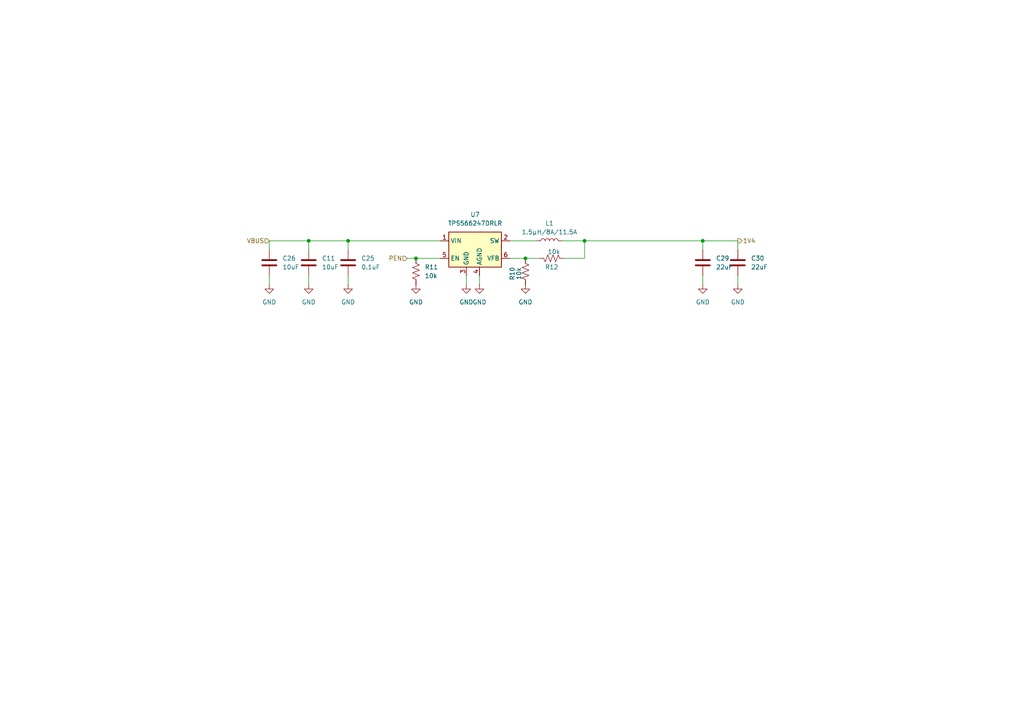
<source format=kicad_sch>
(kicad_sch (version 20231120) (generator "eeschema") (generator_version "8.0")
  (paper "A4")
  (title_block (title "NerdNOS") (date "2024-04-05") (rev "1"))
  (lib_symbols
    (symbol "Device:C" (pin_numbers hide) (pin_names (offset 0.254))
      (property "Reference" "C" (at 0.635 2.54 0))
      (property "Value" "C" (at 0.635 -2.54 0))
      (symbol "C_0_1"
        (polyline (pts (xy -2.032 -0.762) (xy 2.032 -0.762)) (stroke (width 0.508)))
        (polyline (pts (xy -2.032 0.762) (xy 2.032 0.762)) (stroke (width 0.508)))
      )
      (symbol "C_1_1"
        (pin passive line (at 0 3.81 270) (length 2.794) (name "~") (number "1"))
        (pin passive line (at 0 -3.81 90) (length 2.794) (name "~") (number "2"))
      )
    )
    (symbol "Device:L" (pin_numbers hide) (pin_names (offset 1.016) hide)
      (property "Reference" "L" (at -1.27 0 90))
      (property "Value" "L" (at 1.905 0 90))
      (symbol "L_0_1"
        (arc (start 0 -2.54) (mid 0.6323 -1.905) (end 0 -1.27))
        (arc (start 0 -1.27) (mid 0.6323 -0.635) (end 0 0))
        (arc (start 0 0) (mid 0.6323 0.635) (end 0 1.27))
        (arc (start 0 1.27) (mid 0.6323 1.905) (end 0 2.54))
      )
      (symbol "L_1_1"
        (pin passive line (at 0 3.81 270) (length 1.27) (name "1") (number "1"))
        (pin passive line (at 0 -3.81 90) (length 1.27) (name "2") (number "2"))
      )
    )
    (symbol "Device:R_US" (pin_numbers hide) (pin_names (offset 0))
      (property "Reference" "R" (at 2.54 0 90))
      (property "Value" "R_US" (at -2.54 0 90))
      (symbol "R_US_0_1"
        (polyline (pts (xy 0 -2.286) (xy 0 -2.54)))
        (polyline (pts (xy 0 2.286) (xy 0 2.54)))
        (polyline (pts (xy 0 -0.762) (xy 1.016 -1.143) (xy 0 -1.524) (xy -1.016 -1.905) (xy 0 -2.286)))
        (polyline (pts (xy 0 0.762) (xy 1.016 0.381) (xy 0 0) (xy -1.016 -0.381) (xy 0 -0.762)))
        (polyline (pts (xy 0 2.286) (xy 1.016 1.905) (xy 0 1.524) (xy -1.016 1.143) (xy 0 0.762)))
      )
      (symbol "R_US_1_1"
        (pin passive line (at 0 3.81 270) (length 1.27) (name "~") (number "1"))
        (pin passive line (at 0 -3.81 90) (length 1.27) (name "~") (number "2"))
      )
    )
    (symbol "mylib7:TPS56624x"
      (property "Reference" "U7" (at 0 10.16 0))
      (property "Value" "TPS566247DRLR" (at 0 7.62 0))
      (symbol "TPS56624x_0_1"
        (rectangle (start -7.62 5.08) (end 7.62 -5.08) (stroke (width 0.254)) (fill (type background)))
      )
      (symbol "TPS56624x_1_1"
        (pin power_in line (at -10.16 2.54 0) (length 2.54) (name "VIN") (number "1"))
        (pin output line (at 10.16 2.54 180) (length 2.54) (name "SW") (number "2"))
        (pin power_in line (at -2.54 -7.62 90) (length 2.54) (name "GND") (number "3"))
        (pin passive line (at 1.27 -7.62 90) (length 2.54) (name "AGND") (number "4"))
        (pin input line (at -10.16 -2.54 0) (length 2.54) (name "EN") (number "5"))
        (pin input line (at 10.16 -2.54 180) (length 2.54) (name "VFB") (number "6"))
      )
    )
    (symbol "power:GND" (power) (pin_numbers hide) (pin_names (offset 0) hide)
      (property "Value" "GND" (at 0 -3.81 0))
      (symbol "GND_0_1"
        (polyline (pts (xy 0 0) (xy 0 -1.27) (xy 1.27 -1.27) (xy 0 -2.54) (xy -1.27 -1.27) (xy 0 -1.27)))
      )
      (symbol "GND_1_1"
        (pin power_in line (at 0 0 270) (length 0) (name "~") (number "1"))
      )
    )
  )
  (junction (at 89.535 69.85))
  (junction (at 152.4 74.93))
  (junction (at 203.835 69.85))
  (junction (at 100.965 69.85))
  (junction (at 169.545 69.85))
  (junction (at 120.65 74.93))
  (wire (pts (xy 100.965 69.85) (xy 89.535 69.85)))
  (wire (pts (xy 147.955 74.93) (xy 152.4 74.93)))
  (wire (pts (xy 203.835 80.01) (xy 203.835 82.55)))
  (wire (pts (xy 135.255 80.01) (xy 135.255 82.55)))
  (wire (pts (xy 203.835 69.85) (xy 213.995 69.85)))
  (wire (pts (xy 100.965 69.85) (xy 100.965 72.39)))
  (wire (pts (xy 78.105 69.85) (xy 78.105 72.39)))
  (wire (pts (xy 78.105 80.01) (xy 78.105 82.55)))
  (wire (pts (xy 169.545 69.85) (xy 203.835 69.85)))
  (wire (pts (xy 163.83 74.93) (xy 169.545 74.93)))
  (wire (pts (xy 213.995 80.01) (xy 213.995 82.55)))
  (wire (pts (xy 203.835 72.39) (xy 203.835 69.85)))
  (wire (pts (xy 163.195 69.85) (xy 169.545 69.85)))
  (wire (pts (xy 127.635 69.85) (xy 100.965 69.85)))
  (wire (pts (xy 89.535 80.01) (xy 89.535 82.55)))
  (wire (pts (xy 147.955 69.85) (xy 155.575 69.85)))
  (wire (pts (xy 213.995 69.85) (xy 213.995 72.39)))
  (wire (pts (xy 169.545 74.93) (xy 169.545 69.85)))
  (wire (pts (xy 118.11 74.93) (xy 120.65 74.93)))
  (wire (pts (xy 152.4 74.93) (xy 156.21 74.93)))
  (wire (pts (xy 139.065 80.01) (xy 139.065 82.55)))
  (wire (pts (xy 89.535 69.85) (xy 89.535 72.39)))
  (wire (pts (xy 100.965 80.01) (xy 100.965 82.55)))
  (wire (pts (xy 89.535 69.85) (xy 78.105 69.85)))
  (wire (pts (xy 120.65 74.93) (xy 127.635 74.93)))
  (hierarchical_label "1V4" (shape output) (at 213.995 69.85 0))
  (hierarchical_label "PEN" (shape input) (at 118.11 74.93 180))
  (hierarchical_label "VBUS" (shape input) (at 78.105 69.85 180))
  (symbol (lib_id "mylib7:TPS56624x") (at 137.795 72.39 0) (unit 1)
    (property "Reference" "U7" (at 137.795 62.23 0))
    (property "Value" "TPS566247DRLR" (at 137.795 64.77 0))
    (property "Footprint" "myfootprints:SOT-563" (effects (hide yes)))
    (property "Datasheet" "https://www.ti.com/lit/gpn/tps562202" (effects (hide yes)))
    (property "Description" "2A Synchronous Step-Down Voltage Regulator 580kHz, adjustable output voltage, 4.5-17V Input Voltage, 0.804V-7V Output Voltage, SOT-563" (effects (hide yes)))
    (property "DK" "296-TPS566247DRLRCT-ND" (effects (hide yes)))
  )
  (symbol (lib_id "power:GND") (at 213.995 82.55 0) (unit 1)
    (property "Reference" "#PWR017" (effects (hide yes)))
    (property "Value" "GND" (at 213.995 87.63 0))
    (property "Description" "Power symbol creates a global label with name \"GND\" , ground" (effects (hide yes)))
  )
  (symbol (lib_id "power:GND") (at 203.835 82.55 0) (unit 1)
    (property "Reference" "#PWR011" (effects (hide yes)))
    (property "Value" "GND" (at 203.835 87.63 0))
    (property "Description" "Power symbol creates a global label with name \"GND\" , ground" (effects (hide yes)))
  )
  (symbol (lib_id "power:GND") (at 135.255 82.55 0) (unit 1)
    (property "Reference" "#PWR018" (effects (hide yes)))
    (property "Value" "GND" (at 135.255 87.63 0))
    (property "Description" "Power symbol creates a global label with name \"GND\" , ground" (effects (hide yes)))
  )
  (symbol (lib_id "Device:C") (at 213.995 76.2 0) (unit 1)
    (property "Reference" "C30" (at 217.805 74.9299 0) (effects (justify left)))
    (property "Value" "22uF" (at 217.805 77.4699 0) (effects (justify left)))
    (property "Footprint" "Capacitor_SMD:C_0805_2012Metric" (effects (hide yes)))
    (property "Description" "Unpolarized capacitor" (effects (hide yes)))
    (property "PARTNO" "GRM21BR60J226ME39L" (effects (hide yes)))
    (property "DK" "490-7611-1-ND" (effects (hide yes)))
  )
  (symbol (lib_id "Device:C") (at 203.835 76.2 0) (unit 1)
    (property "Reference" "C29" (at 207.645 74.9299 0) (effects (justify left)))
    (property "Value" "22uF" (at 207.645 77.4699 0) (effects (justify left)))
    (property "Footprint" "Capacitor_SMD:C_0805_2012Metric" (effects (hide yes)))
    (property "Description" "Unpolarized capacitor" (effects (hide yes)))
    (property "PARTNO" "GRM21BR60J226ME39L" (effects (hide yes)))
    (property "DK" "490-7611-1-ND" (effects (hide yes)))
  )
  (symbol (lib_id "Device:C") (at 100.965 76.2 0) (unit 1)
    (property "Reference" "C25" (at 104.775 74.9299 0) (effects (justify left)))
    (property "Value" "0.1uF" (at 104.775 77.4699 0) (effects (justify left)))
    (property "Footprint" "Capacitor_SMD:C_0402_1005Metric" (effects (hide yes)))
    (property "Description" "Unpolarized capacitor" (effects (hide yes)))
    (property "PARTNO" "KGM05AR71C104KH" (effects (hide yes)))
    (property "DK" "478-KGM05AR71C104KHCT-ND" (effects (hide yes)))
  )
  (symbol (lib_id "power:GND") (at 100.965 82.55 0) (unit 1)
    (property "Reference" "#PWR024" (effects (hide yes)))
    (property "Value" "GND" (at 100.965 87.63 0))
    (property "Description" "Power symbol creates a global label with name \"GND\" , ground" (effects (hide yes)))
  )
  (symbol (lib_id "Device:C") (at 78.105 76.2 0) (unit 1)
    (property "Reference" "C26" (at 81.915 74.9299 0) (effects (justify left)))
    (property "Value" "10uF" (at 81.915 77.4699 0) (effects (justify left)))
    (property "Footprint" "Capacitor_SMD:C_0805_2012Metric" (effects (hide yes)))
    (property "Description" "Unpolarized capacitor" (effects (hide yes)))
    (property "PARTNO" "C0805C106K8PACTU" (effects (hide yes)))
    (property "DK" "399-C0805C106K8PAC7800CT-ND" (effects (hide yes)))
  )
  (symbol (lib_id "power:GND") (at 120.65 82.55 0) (unit 1)
    (property "Reference" "#PWR021" (effects (hide yes)))
    (property "Value" "GND" (at 120.65 87.63 0))
    (property "Description" "Power symbol creates a global label with name \"GND\" , ground" (effects (hide yes)))
  )
  (symbol (lib_id "power:GND") (at 89.535 82.55 0) (unit 1)
    (property "Reference" "#PWR023" (effects (hide yes)))
    (property "Value" "GND" (at 89.535 87.63 0))
    (property "Description" "Power symbol creates a global label with name \"GND\" , ground" (effects (hide yes)))
  )
  (symbol (lib_id "power:GND") (at 152.4 82.55 0) (unit 1)
    (property "Reference" "#PWR025" (effects (hide yes)))
    (property "Value" "GND" (at 152.4 87.63 0))
    (property "Description" "Power symbol creates a global label with name \"GND\" , ground" (effects (hide yes)))
  )
  (symbol (lib_id "power:GND") (at 139.065 82.55 0) (unit 1)
    (property "Reference" "#PWR03" (effects (hide yes)))
    (property "Value" "GND" (at 139.065 87.63 0))
    (property "Description" "Power symbol creates a global label with name \"GND\" , ground" (effects (hide yes)))
  )
  (symbol (lib_id "Device:C") (at 89.535 76.2 0) (unit 1)
    (property "Reference" "C11" (at 93.345 74.9299 0) (effects (justify left)))
    (property "Value" "10uF" (at 93.345 77.4699 0) (effects (justify left)))
    (property "Footprint" "Capacitor_SMD:C_0805_2012Metric" (effects (hide yes)))
    (property "Description" "Unpolarized capacitor" (effects (hide yes)))
    (property "PARTNO" "C0805C106K8PACTU" (effects (hide yes)))
    (property "DK" "399-C0805C106K8PAC7800CT-ND" (effects (hide yes)))
  )
  (symbol (lib_id "power:GND") (at 78.105 82.55 0) (unit 1)
    (property "Reference" "#PWR022" (effects (hide yes)))
    (property "Value" "GND" (at 78.105 87.63 0))
    (property "Description" "Power symbol creates a global label with name \"GND\" , ground" (effects (hide yes)))
  )
  (symbol (lib_id "Device:R_US") (at 160.02 74.93 90) (mirror x) (unit 1)
    (property "Reference" "R12" (at 160.02 77.47 90))
    (property "Value" "10k" (at 160.655 73.025 90))
    (property "Footprint" "Resistor_SMD:R_0402_1005Metric" (effects (hide yes)))
    (property "Description" "Resistor, US symbol" (effects (hide yes)))
    (property "PARTNO" "RC0603FR-0740K2L " (effects (hide yes)))
    (property "DK" "P13.3KLCT-ND" (effects (hide yes)))
  )
  (symbol (lib_id "Device:R_US") (at 152.4 78.74 180) (unit 1)
    (property "Reference" "R10" (at 148.59 79.375 90))
    (property "Value" "10k" (at 150.495 79.375 90))
    (property "Footprint" "Resistor_SMD:R_0402_1005Metric" (effects (hide yes)))
    (property "Description" "Resistor, US symbol" (effects (hide yes)))
    (property "PARTNO" "RC0603FR-0740K2L " (effects (hide yes)))
    (property "DK" "311-10KJRCT-ND" (effects (hide yes)))
  )
  (symbol (lib_id "Device:L") (at 159.385 69.85 90) (unit 1)
    (property "Reference" "L1" (at 159.385 64.77 90))
    (property "Value" "1.5µH/8A/11.5A" (at 159.385 67.31 90))
    (property "Footprint" "Inductor_SMD:L_Cenker_CKCS8040" (effects (hide yes)))
    (property "Description" "Inductor" (effects (hide yes)))
    (property "DK" "283-SDCHA1V8040-1R5-RCT-ND" (effects (hide yes)))
  )
  (symbol (lib_id "Device:R_US") (at 120.65 78.74 0) (unit 1)
    (property "Reference" "R11" (at 123.19 77.4699 0) (effects (justify left)))
    (property "Value" "10k" (at 123.19 80.0099 0) (effects (justify left)))
    (property "Footprint" "Resistor_SMD:R_0402_1005Metric" (effects (hide yes)))
    (property "Description" "Resistor, US symbol" (effects (hide yes)))
    (property "PARTNO" "RC0402JR-0710KL" (effects (hide yes)))
    (property "DK" "311-10KJRCT-ND" (effects (hide yes)))
  )
)
</source>
